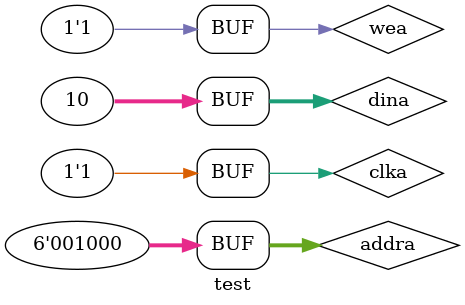
<source format=v>
`timescale 1ns / 1ps


module test;

	// Inputs
	reg clka;
	reg [0:0] wea;
	reg [5:0] addra;
	reg [31:0] dina;

	// Outputs
	wire [31:0] douta;

	// Instantiate the Unit Under Test (UUT)
	RAM_B uut (
		.clka(clka), 
		.wea(wea), 
		.addra(addra), 
		.dina(dina), 
		.douta(douta)
	);

	initial begin
		// Initialize Inputs
		clka = 0;
		wea = 0;
		addra = 0;
		dina = 0;

		// Wait 100 ns for global reset to finish
		#100;
		clka = 1;
		wea = 0;
		addra = 6'b000001;
		dina = 32'h0000_0003;
		
		#100;
		clka = 0;
		wea = 0;
		addra = 6'b000001;
		dina = 32'h0000_0003;
		
		#100;
		clka = 1;
		wea = 0;
		addra = 6'b000010;
		dina = 32'h0000_0003;
		
		#100;
		clka = 0;
		wea = 0;
		addra = 6'b000010;
		dina = 32'h0000_0003;
		
		#100;
		clka = 1;
		wea = 0;
		addra = 6'b000011;
		dina = 32'h0000_0003;
		
		#100;
		clka = 0;
		wea = 0;
		addra = 6'b000011;
		dina = 32'h0000_0003;
		
		#100;
		clka = 1;
		wea = 0;
		addra = 6'b000100;
		dina = 32'h0000_0003;
		
		#100;
		clka = 0;
		wea = 0;
		addra = 6'b000100;
		dina = 32'h0000_0003;
		
		#100;
		clka = 1;
		wea = 0;
		addra = 6'b000101;
		dina = 32'h0000_0003;
		
		#100;
		clka = 0;
		wea = 0;
		addra = 6'b000101;
		dina = 32'h0000_0003;
		
		#100;
		clka = 1;
		wea = 0;
		addra = 6'b000110;
		dina = 32'h0000_0003;
		
		#100;
		clka = 0;
		wea = 0;
		addra = 6'b000110;
		dina = 32'h0000_0003;
		
		#100;
		clka = 1;
		wea = 0;
		addra = 6'b000111;
		dina = 32'h0000_0003;
		
		#100;
		clka = 0;
		wea = 0;
		addra = 6'b000111;
		dina = 32'h0000_0003;
		
		#100;
		clka = 1;
		wea = 0;
		addra = 6'b001000;
		dina = 32'h0000_0003;     //read first data
		
		#100;
		clka= 0 ;
		
		#100;
		clka = 1;
		wea = 1;
		addra = 6'b000001;
		dina = 32'h0000_0003;
		
		#100;
		clka= 0 ;
		
		#100;
		clka = 1;
		wea = 1;
		addra = 6'b000010;
		dina = 32'h0000_0004;
		
		#100;
		clka=0;
		
		#100;
		clka = 1;
		wea = 1;
		addra = 6'b000011;
		dina = 32'h0000_0005;
		
		#100;
		clka=0;
		
		#100;
		clka = 1;
		wea = 1;
		addra = 6'b000100;
		dina = 32'h0000_0006;
		
		#100;
		clka=0;
		
		#100;
		clka = 1;
		wea = 1;
		addra = 6'b000101;
		dina = 32'h0000_0007;
		
		#100;
		clka=0;
		
		#100;
		clka = 1;
		wea = 1;
		addra = 6'b000110;
		dina = 32'h0000_0008;
		
		#100;
		clka=0;
		
		#100;
		clka = 1;
		wea = 1;
		addra = 6'b000111;
		dina = 32'h0000_0009;
		
		#100;
		clka=0;
		
		#100;
		clka = 1;
		wea = 1;
		addra = 6'b001000;
		dina = 32'h0000_000a;//rewrite all the data
		// Add stimulus here

	end
      
endmodule


</source>
